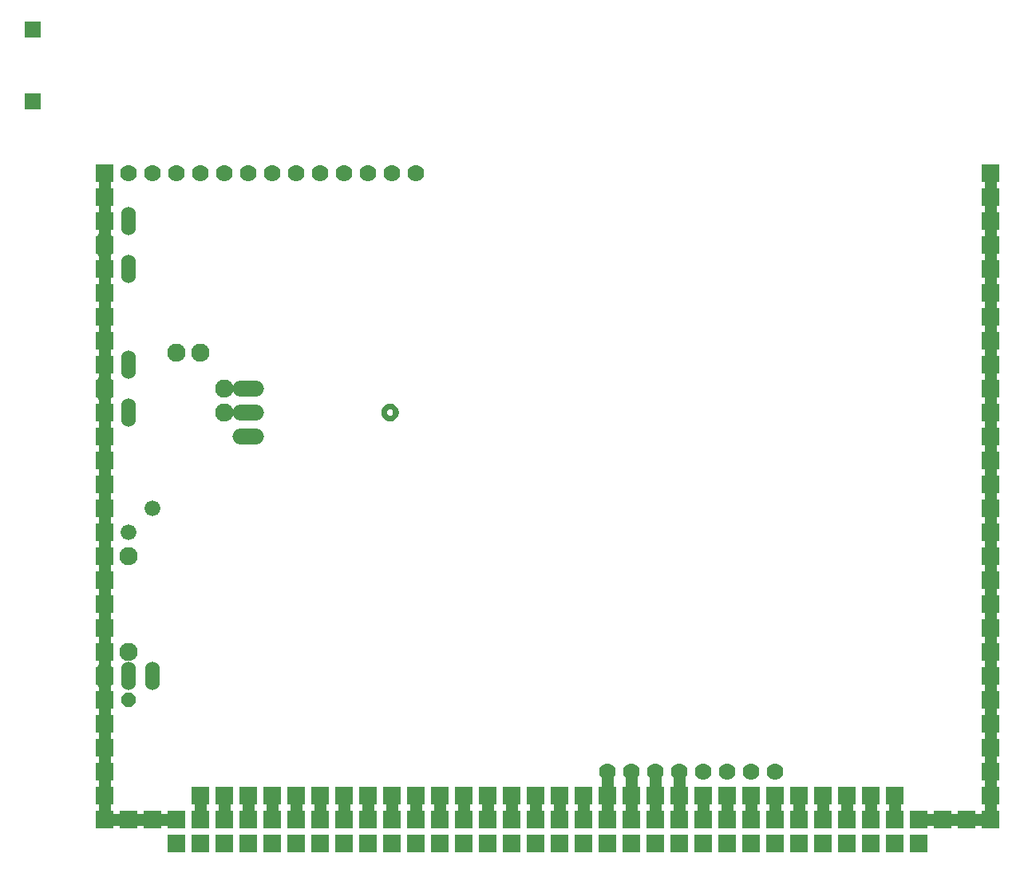
<source format=gbr>
G75*
G70*
%OFA0B0*%
%FSLAX24Y24*%
%IPPOS*%
%LPD*%
%AMOC8*
5,1,8,0,0,1.08239X$1,22.5*
%
%ADD10OC8,0.0600*%
%ADD11O,0.0600X0.1200*%
%ADD12C,0.0760*%
%ADD13C,0.0660*%
%ADD14O,0.1320X0.0660*%
%ADD15C,0.0240*%
%ADD16C,0.0700*%
%ADD17R,0.0700X0.0700*%
%ADD18R,0.0760X0.0760*%
%ADD19C,0.0500*%
D10*
X006233Y010671D03*
X014233Y005671D03*
X015233Y005671D03*
X016233Y005671D03*
X017233Y005671D03*
X018233Y005671D03*
X019233Y005671D03*
X020233Y005671D03*
X020233Y004671D03*
X019233Y004671D03*
X018233Y004671D03*
X017233Y004671D03*
X016233Y004671D03*
X015233Y004671D03*
X014233Y004671D03*
X021233Y004671D03*
X021233Y005671D03*
X022233Y005671D03*
X023233Y005671D03*
X024233Y005671D03*
X025233Y005671D03*
X026233Y005671D03*
X027233Y005671D03*
X028233Y005671D03*
X029233Y005671D03*
X030233Y005671D03*
X031233Y005671D03*
X032233Y005671D03*
X033233Y005671D03*
X033233Y004671D03*
X032233Y004671D03*
X031233Y004671D03*
X030233Y004671D03*
X029233Y004671D03*
X028233Y004671D03*
X027233Y004671D03*
X026233Y004671D03*
X025233Y004671D03*
X024233Y004671D03*
X023233Y004671D03*
X022233Y004671D03*
D11*
X007233Y011671D03*
X006233Y011671D03*
X005233Y011671D03*
X006233Y022671D03*
X005233Y023671D03*
X006233Y024671D03*
X006233Y028671D03*
X005233Y029671D03*
X006233Y030671D03*
D12*
X008233Y025171D03*
X009233Y025171D03*
X010233Y023671D03*
X010233Y022671D03*
X006233Y016671D03*
X006233Y012671D03*
D13*
X006233Y017671D03*
X005233Y018671D03*
X007233Y018671D03*
D14*
X011233Y021671D03*
X011233Y022671D03*
X011233Y023671D03*
D15*
X016883Y022671D02*
X016885Y022703D01*
X016891Y022734D01*
X016901Y022765D01*
X016915Y022794D01*
X016933Y022821D01*
X016953Y022845D01*
X016977Y022866D01*
X017003Y022885D01*
X017032Y022900D01*
X017062Y022911D01*
X017093Y022918D01*
X017125Y022921D01*
X017157Y022920D01*
X017189Y022915D01*
X017219Y022906D01*
X017249Y022893D01*
X017276Y022876D01*
X017301Y022856D01*
X017323Y022833D01*
X017343Y022807D01*
X017358Y022779D01*
X017370Y022750D01*
X017378Y022719D01*
X017382Y022687D01*
X017382Y022655D01*
X017378Y022623D01*
X017370Y022592D01*
X017358Y022563D01*
X017343Y022535D01*
X017323Y022509D01*
X017301Y022486D01*
X017276Y022466D01*
X017249Y022449D01*
X017219Y022436D01*
X017189Y022427D01*
X017157Y022422D01*
X017125Y022421D01*
X017093Y022424D01*
X017062Y022431D01*
X017032Y022442D01*
X017003Y022457D01*
X016977Y022476D01*
X016953Y022497D01*
X016933Y022521D01*
X016915Y022548D01*
X016901Y022577D01*
X016891Y022608D01*
X016885Y022639D01*
X016883Y022671D01*
D16*
X017233Y032671D03*
X016233Y032671D03*
X015233Y032671D03*
X014233Y032671D03*
X013233Y032671D03*
X012233Y032671D03*
X011233Y032671D03*
X010233Y032671D03*
X009233Y032671D03*
X008233Y032671D03*
X007233Y032671D03*
X006233Y032671D03*
X005233Y032671D03*
X018233Y032671D03*
X026233Y007671D03*
X027233Y007671D03*
X028233Y007671D03*
X029233Y007671D03*
X030233Y007671D03*
X031233Y007671D03*
X032233Y007671D03*
X033233Y007671D03*
D17*
X002233Y035671D03*
X002233Y038671D03*
D18*
X005233Y005671D03*
X006233Y005671D03*
X007233Y005671D03*
X008233Y005671D03*
X009233Y005671D03*
X010233Y005671D03*
X011233Y005671D03*
X012233Y005671D03*
X013233Y005671D03*
X014233Y005671D03*
X015233Y005671D03*
X016233Y005671D03*
X017233Y005671D03*
X018233Y005671D03*
X019233Y005671D03*
X020233Y005671D03*
X020233Y004671D03*
X019233Y004671D03*
X018233Y004671D03*
X017233Y004671D03*
X016233Y004671D03*
X015233Y004671D03*
X014233Y004671D03*
X013233Y004671D03*
X012233Y004671D03*
X011233Y004671D03*
X010233Y004671D03*
X009233Y004671D03*
X008233Y004671D03*
X009233Y006671D03*
X010233Y006671D03*
X011233Y006671D03*
X012233Y006671D03*
X013233Y006671D03*
X014233Y006671D03*
X015233Y006671D03*
X016233Y006671D03*
X017233Y006671D03*
X018233Y006671D03*
X019233Y006671D03*
X020233Y006671D03*
X021233Y006671D03*
X022233Y006671D03*
X023233Y006671D03*
X024233Y006671D03*
X025233Y006671D03*
X026233Y006671D03*
X027233Y006671D03*
X028233Y006671D03*
X029233Y006671D03*
X030233Y006671D03*
X031233Y006671D03*
X032233Y006671D03*
X033233Y006671D03*
X034233Y006671D03*
X035233Y006671D03*
X036233Y006671D03*
X037233Y006671D03*
X038233Y006671D03*
X038233Y005671D03*
X037233Y005671D03*
X036233Y005671D03*
X035233Y005671D03*
X034233Y005671D03*
X033233Y005671D03*
X032233Y005671D03*
X031233Y005671D03*
X030233Y005671D03*
X029233Y005671D03*
X028233Y005671D03*
X027233Y005671D03*
X026233Y005671D03*
X025233Y005671D03*
X024233Y005671D03*
X023233Y005671D03*
X022233Y005671D03*
X021233Y005671D03*
X021233Y004671D03*
X022233Y004671D03*
X023233Y004671D03*
X024233Y004671D03*
X025233Y004671D03*
X026233Y004671D03*
X027233Y004671D03*
X028233Y004671D03*
X029233Y004671D03*
X030233Y004671D03*
X031233Y004671D03*
X032233Y004671D03*
X033233Y004671D03*
X034233Y004671D03*
X035233Y004671D03*
X036233Y004671D03*
X037233Y004671D03*
X038233Y004671D03*
X039233Y004671D03*
X039233Y005671D03*
X040233Y005671D03*
X041233Y005671D03*
X042233Y005671D03*
X042233Y006671D03*
X042233Y007671D03*
X042233Y008671D03*
X042233Y009671D03*
X042233Y010671D03*
X042233Y011671D03*
X042233Y012671D03*
X042233Y013671D03*
X042233Y014671D03*
X042233Y015671D03*
X042233Y016671D03*
X042233Y017671D03*
X042233Y018671D03*
X042233Y019671D03*
X042233Y020671D03*
X042233Y021671D03*
X042233Y022671D03*
X042233Y023671D03*
X042233Y024671D03*
X042233Y025671D03*
X042233Y026671D03*
X042233Y027671D03*
X042233Y028671D03*
X042233Y029671D03*
X042233Y030671D03*
X042233Y031671D03*
X042233Y032671D03*
X005233Y032671D03*
X005233Y031671D03*
X005233Y030671D03*
X005233Y029671D03*
X005233Y028671D03*
X005233Y027671D03*
X005233Y026671D03*
X005233Y025671D03*
X005233Y024671D03*
X005233Y023671D03*
X005233Y022671D03*
X005233Y021671D03*
X005233Y020671D03*
X005233Y019671D03*
X005233Y018671D03*
X005233Y017671D03*
X005233Y016671D03*
X005233Y015671D03*
X005233Y014671D03*
X005233Y013671D03*
X005233Y012671D03*
X005233Y011671D03*
X005233Y010671D03*
X005233Y009671D03*
X005233Y008671D03*
X005233Y007671D03*
X005233Y006671D03*
D19*
X005233Y005671D02*
X005233Y032671D01*
X026233Y007671D02*
X026233Y006671D01*
X026233Y005671D01*
X025233Y005671D02*
X025233Y006671D01*
X024233Y006671D02*
X024233Y005671D01*
X023233Y005671D02*
X023233Y006671D01*
X022233Y006671D02*
X022233Y005671D01*
X021233Y005671D02*
X021233Y006671D01*
X020233Y006671D02*
X020233Y005671D01*
X019233Y005671D02*
X019233Y006671D01*
X018233Y006671D02*
X018233Y005671D01*
X017233Y005671D02*
X017233Y006671D01*
X016233Y006671D02*
X016233Y005671D01*
X015233Y005671D02*
X015233Y006671D01*
X014233Y006671D02*
X014233Y005671D01*
X013233Y005671D02*
X013233Y006671D01*
X012233Y006671D02*
X012233Y005671D01*
X011233Y005671D02*
X011233Y006671D01*
X010233Y006671D02*
X010233Y005671D01*
X009233Y005671D02*
X009233Y006671D01*
X008233Y005671D02*
X005233Y005671D01*
X027233Y005671D02*
X027233Y006671D01*
X027233Y007671D01*
X028233Y007671D02*
X028233Y006671D01*
X028233Y005671D01*
X029233Y005671D02*
X029233Y006671D01*
X029233Y007671D01*
X030233Y006671D02*
X030233Y005671D01*
X031233Y005671D02*
X031233Y006671D01*
X032233Y006671D02*
X032233Y005671D01*
X033233Y005671D02*
X033233Y006671D01*
X034233Y006671D02*
X034233Y005671D01*
X035233Y005671D02*
X035233Y006671D01*
X036233Y006671D02*
X036233Y005671D01*
X037233Y005671D02*
X037233Y006671D01*
X038233Y006671D02*
X038233Y005671D01*
X039233Y005671D02*
X042233Y005671D01*
X042233Y032671D01*
M02*

</source>
